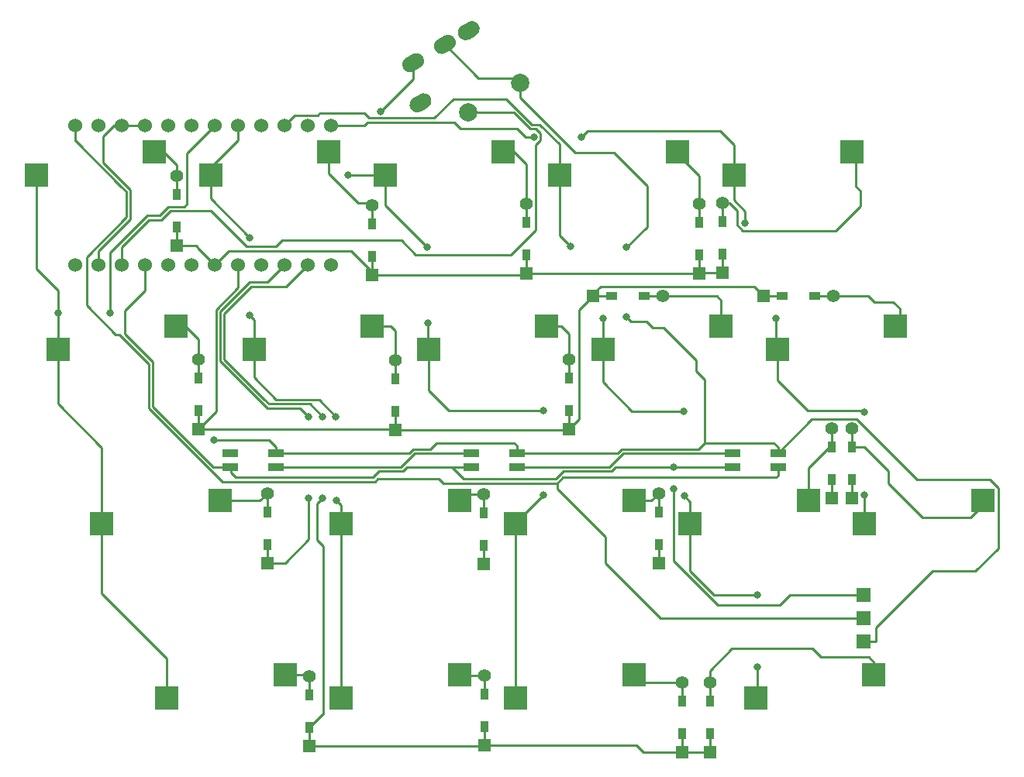
<source format=gbr>
G04 #@! TF.GenerationSoftware,KiCad,Pcbnew,(5.1.6-0-10_14)*
G04 #@! TF.CreationDate,2022-05-03T20:52:28+09:00*
G04 #@! TF.ProjectId,cool939,636f6f6c-3933-4392-9e6b-696361645f70,rev?*
G04 #@! TF.SameCoordinates,Original*
G04 #@! TF.FileFunction,Copper,L2,Bot*
G04 #@! TF.FilePolarity,Positive*
%FSLAX46Y46*%
G04 Gerber Fmt 4.6, Leading zero omitted, Abs format (unit mm)*
G04 Created by KiCad (PCBNEW (5.1.6-0-10_14)) date 2022-05-03 20:52:28*
%MOMM*%
%LPD*%
G01*
G04 APERTURE LIST*
G04 #@! TA.AperFunction,ComponentPad*
%ADD10C,1.524000*%
G04 #@! TD*
G04 #@! TA.AperFunction,ComponentPad*
%ADD11C,1.397000*%
G04 #@! TD*
G04 #@! TA.AperFunction,ComponentPad*
%ADD12R,1.397000X1.397000*%
G04 #@! TD*
G04 #@! TA.AperFunction,SMDPad,CuDef*
%ADD13R,0.950000X1.300000*%
G04 #@! TD*
G04 #@! TA.AperFunction,SMDPad,CuDef*
%ADD14R,1.524000X1.524000*%
G04 #@! TD*
G04 #@! TA.AperFunction,SMDPad,CuDef*
%ADD15R,2.550000X2.500000*%
G04 #@! TD*
G04 #@! TA.AperFunction,SMDPad,CuDef*
%ADD16R,1.800000X0.820000*%
G04 #@! TD*
G04 #@! TA.AperFunction,ComponentPad*
%ADD17C,2.000000*%
G04 #@! TD*
G04 #@! TA.AperFunction,SMDPad,CuDef*
%ADD18R,1.300000X0.950000*%
G04 #@! TD*
G04 #@! TA.AperFunction,ViaPad*
%ADD19C,0.800000*%
G04 #@! TD*
G04 #@! TA.AperFunction,Conductor*
%ADD20C,0.250000*%
G04 #@! TD*
G04 APERTURE END LIST*
D10*
X25772000Y7991400D03*
X28312000Y7991400D03*
X30852000Y7991400D03*
X33392000Y7991400D03*
X35932000Y7991400D03*
X38472000Y7991400D03*
X41012000Y7991400D03*
X43552000Y7991400D03*
X46092000Y7991400D03*
X48632000Y7991400D03*
X51172000Y7991400D03*
X53712000Y7991400D03*
X53712000Y-7228600D03*
X51172000Y-7228600D03*
X48632000Y-7228600D03*
X46092000Y-7228600D03*
X43552000Y-7228600D03*
X41012000Y-7228600D03*
X38472000Y-7228600D03*
X35932000Y-7228600D03*
X33392000Y-7228600D03*
X30852000Y-7228600D03*
X28312000Y-7228600D03*
X25772000Y-7228600D03*
D11*
X79700000Y-17610000D03*
D12*
X79700000Y-25230000D03*
D13*
X79700000Y-23195000D03*
X79700000Y-19645000D03*
D14*
X111840000Y-48390000D03*
X111840000Y-45850000D03*
X111840000Y-43310000D03*
D15*
X78640000Y2540000D03*
X91567000Y5080000D03*
X97690000Y2540000D03*
X110617000Y5080000D03*
D11*
X39220000Y-17580000D03*
D12*
X39220000Y-25200000D03*
D13*
X39220000Y-23165000D03*
X39220000Y-19615000D03*
D11*
X46730000Y-32200000D03*
D12*
X46730000Y-39820000D03*
D13*
X46730000Y-37785000D03*
X46730000Y-34235000D03*
D16*
X97520000Y-29340000D03*
X97520000Y-27840000D03*
X102520000Y-27840000D03*
X102520000Y-29340000D03*
D11*
X36880000Y2470000D03*
D12*
X36880000Y-5150000D03*
D13*
X36880000Y-3115000D03*
X36880000Y435000D03*
D11*
X70460000Y-52130000D03*
D12*
X70460000Y-59750000D03*
D13*
X70460000Y-57715000D03*
X70460000Y-54165000D03*
D11*
X51350000Y-52200000D03*
D12*
X51350000Y-59820000D03*
D13*
X51350000Y-57785000D03*
X51350000Y-54235000D03*
D17*
X74324583Y12685000D03*
X68695417Y9435000D03*
D16*
X47720000Y-29330000D03*
X47720000Y-27830000D03*
X42720000Y-27830000D03*
X42720000Y-29330000D03*
G04 #@! TA.AperFunction,ComponentPad*
G36*
G01*
X69513526Y17822531D02*
X68820706Y17422531D01*
G75*
G02*
X67659584Y17733653I-425000J736122D01*
G01*
X67659584Y17733653D01*
G75*
G02*
X67970706Y18894775I736122J425000D01*
G01*
X68663526Y19294775D01*
G75*
G02*
X69824648Y18983653I425000J-736122D01*
G01*
X69824648Y18983653D01*
G75*
G02*
X69513526Y17822531I-736122J-425000D01*
G01*
G37*
G04 #@! TD.AperFunction*
G04 #@! TA.AperFunction,ComponentPad*
G36*
G01*
X66915450Y16322531D02*
X66222630Y15922531D01*
G75*
G02*
X65061508Y16233653I-425000J736122D01*
G01*
X65061508Y16233653D01*
G75*
G02*
X65372630Y17394775I736122J425000D01*
G01*
X66065450Y17794775D01*
G75*
G02*
X67226572Y17483653I425000J-736122D01*
G01*
X67226572Y17483653D01*
G75*
G02*
X66915450Y16322531I-736122J-425000D01*
G01*
G37*
G04 #@! TD.AperFunction*
G04 #@! TA.AperFunction,ComponentPad*
G36*
G01*
X63451348Y14322531D02*
X62758528Y13922531D01*
G75*
G02*
X61597406Y14233653I-425000J736122D01*
G01*
X61597406Y14233653D01*
G75*
G02*
X61908528Y15394775I736122J425000D01*
G01*
X62601348Y15794775D01*
G75*
G02*
X63762470Y15483653I425000J-736122D01*
G01*
X63762470Y15483653D01*
G75*
G02*
X63451348Y14322531I-736122J-425000D01*
G01*
G37*
G04 #@! TD.AperFunction*
G04 #@! TA.AperFunction,ComponentPad*
G36*
G01*
X64252310Y9935225D02*
X63559490Y9535225D01*
G75*
G02*
X62398368Y9846347I-425000J736122D01*
G01*
X62398368Y9846347D01*
G75*
G02*
X62709490Y11007469I736122J425000D01*
G01*
X63402310Y11407469D01*
G75*
G02*
X64563432Y11096347I425000J-736122D01*
G01*
X64563432Y11096347D01*
G75*
G02*
X64252310Y9935225I-736122J-425000D01*
G01*
G37*
G04 #@! TD.AperFunction*
D11*
X89480000Y-32230000D03*
D12*
X89480000Y-39850000D03*
D13*
X89480000Y-37815000D03*
X89480000Y-34265000D03*
D15*
X40540000Y2540000D03*
X53467000Y5080000D03*
X73877500Y-54610000D03*
X86804500Y-52070000D03*
X100071500Y-54610000D03*
X112998500Y-52070000D03*
X21490000Y2540000D03*
X34417000Y5080000D03*
D11*
X108370000Y-25150000D03*
D12*
X108370000Y-32770000D03*
D13*
X108370000Y-30735000D03*
X108370000Y-27185000D03*
D15*
X45302500Y-16510000D03*
X58229500Y-13970000D03*
X64352500Y-16510000D03*
X77279500Y-13970000D03*
X83402500Y-16510000D03*
X96329500Y-13970000D03*
X102452500Y-16510000D03*
X115379500Y-13970000D03*
X28634000Y-35560000D03*
X41561000Y-33020000D03*
X23871000Y-16510000D03*
X36798000Y-13970000D03*
X111977500Y-35560000D03*
X124904500Y-33020000D03*
X54827500Y-54610000D03*
X67754500Y-52070000D03*
X54827500Y-35560000D03*
X67754500Y-33020000D03*
X73877500Y-35560000D03*
X86804500Y-33020000D03*
X92927500Y-35560000D03*
X105854500Y-33020000D03*
D11*
X75040000Y-560000D03*
D12*
X75040000Y-8180000D03*
D13*
X75040000Y-6145000D03*
X75040000Y-2595000D03*
D11*
X58200000Y-700000D03*
D12*
X58200000Y-8320000D03*
D13*
X58200000Y-6285000D03*
X58200000Y-2735000D03*
D11*
X96480000Y-500000D03*
D12*
X96480000Y-8120000D03*
D13*
X96480000Y-6085000D03*
X96480000Y-2535000D03*
D16*
X69000000Y-29350000D03*
X69000000Y-27850000D03*
X74000000Y-27850000D03*
X74000000Y-29350000D03*
D11*
X93900000Y-590000D03*
D12*
X93900000Y-8210000D03*
D13*
X93900000Y-6175000D03*
X93900000Y-2625000D03*
D11*
X89960000Y-10620000D03*
D12*
X82340000Y-10620000D03*
D18*
X84375000Y-10620000D03*
X87925000Y-10620000D03*
X106515000Y-10620000D03*
X102965000Y-10620000D03*
D12*
X100930000Y-10620000D03*
D11*
X108550000Y-10620000D03*
X70360000Y-32290000D03*
D12*
X70360000Y-39910000D03*
D13*
X70360000Y-37875000D03*
X70360000Y-34325000D03*
D11*
X95100000Y-52870000D03*
D12*
X95100000Y-60490000D03*
D13*
X95100000Y-58455000D03*
X95100000Y-54905000D03*
D11*
X92090000Y-52870000D03*
D12*
X92090000Y-60490000D03*
D13*
X92090000Y-58455000D03*
X92090000Y-54905000D03*
X110630000Y-27185000D03*
X110630000Y-30735000D03*
D12*
X110630000Y-32770000D03*
D11*
X110630000Y-25150000D03*
X60690000Y-17660000D03*
D12*
X60690000Y-25280000D03*
D13*
X60690000Y-23245000D03*
X60690000Y-19695000D03*
D15*
X35777500Y-54610000D03*
X48704500Y-52070000D03*
X59590000Y2540000D03*
X72517000Y5080000D03*
D19*
X51230000Y-23860000D03*
X51270000Y-32720000D03*
X52790000Y-23800000D03*
X52790000Y-32720000D03*
X40960000Y-26370000D03*
X85960000Y-12940000D03*
X85960000Y-5340000D03*
X59140000Y9550000D03*
X91090000Y-29340000D03*
X91130000Y-31700000D03*
X23871000Y-12529000D03*
X29600000Y-12530000D03*
X54270000Y-32970000D03*
X54220000Y-23800000D03*
X44840000Y-12780000D03*
X44790000Y-4250000D03*
X76870000Y-32410000D03*
X64290000Y-13600000D03*
X64220000Y-5290000D03*
X55590000Y2540000D03*
X76870000Y-23190000D03*
X92240000Y-23210000D03*
X92300000Y-32490000D03*
X100240000Y-43320000D03*
X83420000Y-13130000D03*
X100240000Y-51190000D03*
X79900000Y-5250000D03*
X111940000Y-32410000D03*
X98950000Y-2670000D03*
X102290000Y-13110000D03*
X111920000Y-23310000D03*
X75850000Y6760000D03*
X81040000Y6730000D03*
D20*
X36880000Y3633000D02*
X36195000Y4318000D01*
X36880000Y2470000D02*
X36880000Y435000D01*
X36880000Y2470000D02*
X36880000Y3633000D01*
X34417000Y5080000D02*
X35433000Y5080000D01*
X36880000Y2230000D02*
X36880000Y195000D01*
X35433000Y5080000D02*
X36195000Y4318000D01*
X34417000Y4693000D02*
X34417000Y5080000D01*
X53467000Y2723000D02*
X53467000Y5080000D01*
X57950000Y-450000D02*
X58200000Y-700000D01*
X58200000Y-700000D02*
X58200000Y-2735000D01*
X56640000Y-450000D02*
X53467000Y2723000D01*
X58200000Y-700000D02*
X58200000Y-510000D01*
X56640000Y-450000D02*
X57950000Y-450000D01*
X75040000Y3750000D02*
X75040000Y-560000D01*
X72517000Y5080000D02*
X73710000Y5080000D01*
X73710000Y5080000D02*
X75040000Y3750000D01*
X75040000Y-560000D02*
X75040000Y-2595000D01*
X91567000Y4843000D02*
X91567000Y5080000D01*
X93900000Y2510000D02*
X91567000Y4843000D01*
X93900000Y-590000D02*
X93900000Y2510000D01*
X93900000Y-2625000D02*
X93900000Y-590000D01*
X96480000Y-500000D02*
X96480000Y-2535000D01*
X98686998Y-3480000D02*
X98040000Y-2833002D01*
X110617000Y5080000D02*
X111055001Y4641999D01*
X111055001Y1284999D02*
X111500000Y840000D01*
X108850000Y-3480000D02*
X98686998Y-3480000D01*
X111500000Y-830000D02*
X108850000Y-3480000D01*
X111500000Y840000D02*
X111500000Y-830000D01*
X98040000Y-1340000D02*
X97200000Y-500000D01*
X98040000Y-2833002D02*
X98040000Y-1340000D01*
X111055001Y4641999D02*
X111055001Y1284999D01*
X97200000Y-500000D02*
X96480000Y-500000D01*
X60690000Y-14410000D02*
X60690000Y-17660000D01*
X60250000Y-13970000D02*
X60690000Y-14410000D01*
X60690000Y-17660000D02*
X60690000Y-19695000D01*
X58229500Y-13970000D02*
X60250000Y-13970000D01*
X79700000Y-14780000D02*
X79700000Y-17610000D01*
X77279500Y-13970000D02*
X78890000Y-13970000D01*
X78890000Y-13970000D02*
X79700000Y-14780000D01*
X79700000Y-17610000D02*
X79700000Y-19645000D01*
X89960000Y-10620000D02*
X95830000Y-10620000D01*
X95830000Y-10620000D02*
X96329500Y-11119500D01*
X87925000Y-10620000D02*
X89960000Y-10620000D01*
X96329500Y-11119500D02*
X96329500Y-13970000D01*
X108550000Y-10620000D02*
X112380000Y-10620000D01*
X115810000Y-12000000D02*
X115810000Y-13539500D01*
X115100000Y-11290000D02*
X115810000Y-12000000D01*
X106515000Y-10620000D02*
X108550000Y-10620000D01*
X113050000Y-11290000D02*
X115100000Y-11290000D01*
X112380000Y-10620000D02*
X113050000Y-11290000D01*
X115810000Y-13539500D02*
X115379500Y-13970000D01*
X70360000Y-32290000D02*
X68484500Y-32290000D01*
X68484500Y-32290000D02*
X67754500Y-33020000D01*
X70360000Y-32290000D02*
X70360000Y-34325000D01*
X87480000Y-33020000D02*
X86804500Y-33020000D01*
X89480000Y-32230000D02*
X89480000Y-34265000D01*
X88690000Y-33020000D02*
X89480000Y-32230000D01*
X86804500Y-33020000D02*
X88690000Y-33020000D01*
X105854500Y-33020000D02*
X106800000Y-33020000D01*
X105854500Y-33020000D02*
X106870500Y-33020000D01*
X105854500Y-29445500D02*
X105854500Y-33020000D01*
X108115000Y-27185000D02*
X105854500Y-29445500D01*
X108370000Y-25150000D02*
X108370000Y-27185000D01*
X108370000Y-27185000D02*
X108115000Y-27185000D01*
X125342501Y-33458001D02*
X124904500Y-33020000D01*
X124904500Y-33020000D02*
X124904500Y-33505500D01*
X110630000Y-25150000D02*
X110630000Y-27185000D01*
X123564999Y-34845001D02*
X118335001Y-34845001D01*
X124904500Y-33505500D02*
X123564999Y-34845001D01*
X114580000Y-31090000D02*
X114580000Y-29780000D01*
X118335001Y-34845001D02*
X114580000Y-31090000D01*
X111985000Y-27185000D02*
X114580000Y-29780000D01*
X110630000Y-27185000D02*
X111985000Y-27185000D01*
X51350000Y-52200000D02*
X51350000Y-54235000D01*
X48704500Y-52070000D02*
X51220000Y-52070000D01*
X51220000Y-52070000D02*
X51350000Y-52200000D01*
X70460000Y-52130000D02*
X70460000Y-54165000D01*
X67814500Y-52130000D02*
X67754500Y-52070000D01*
X70460000Y-52130000D02*
X67814500Y-52130000D01*
X92090000Y-52870000D02*
X87604500Y-52870000D01*
X92090000Y-54905000D02*
X92090000Y-52870000D01*
X87604500Y-52870000D02*
X86804500Y-52070000D01*
X39220000Y-15400000D02*
X39220000Y-17580000D01*
X36798000Y-13970000D02*
X37790000Y-13970000D01*
X37790000Y-13970000D02*
X39220000Y-15400000D01*
X39220000Y-17580000D02*
X39220000Y-19615000D01*
X46540000Y-33730000D02*
X46790000Y-33730000D01*
X46730000Y-32200000D02*
X46730000Y-34235000D01*
X41561000Y-33020000D02*
X45910000Y-33020000D01*
X45910000Y-33020000D02*
X46730000Y-32200000D01*
X95100000Y-54905000D02*
X95100000Y-52870000D01*
X107190000Y-50110000D02*
X112457000Y-50110000D01*
X112998500Y-50651500D02*
X112998500Y-52070000D01*
X106270000Y-49190000D02*
X107190000Y-50110000D01*
X112457000Y-50110000D02*
X112998500Y-50651500D01*
X97480000Y-49190000D02*
X106270000Y-49190000D01*
X95100000Y-51570000D02*
X97480000Y-49190000D01*
X95100000Y-52870000D02*
X95100000Y-51570000D01*
X75040000Y-6145000D02*
X75040000Y-8180000D01*
X41012000Y-7228600D02*
X42500600Y-5740000D01*
X36880000Y-5150000D02*
X38933400Y-5150000D01*
X43020000Y-5740000D02*
X43390000Y-5740000D01*
X42870600Y-5740000D02*
X43020000Y-5740000D01*
X39173400Y-5390000D02*
X39741700Y-5958300D01*
X41092000Y-6852000D02*
X41108000Y-6852000D01*
X38933400Y-5150000D02*
X39741700Y-5958300D01*
X74900000Y-8320000D02*
X75040000Y-8180000D01*
X58200000Y-8000000D02*
X58200000Y-8320000D01*
X55940000Y-5740000D02*
X58200000Y-8000000D01*
X42500600Y-5740000D02*
X43020000Y-5740000D01*
X43390000Y-5740000D02*
X55940000Y-5740000D01*
X39741700Y-5958300D02*
X41012000Y-7228600D01*
X93900000Y-8210000D02*
X93690000Y-8210000D01*
X93900000Y-8210000D02*
X93900000Y-6175000D01*
X75040000Y-8180000D02*
X93660000Y-8180000D01*
X93990000Y-8120000D02*
X93900000Y-8210000D01*
X96480000Y-8120000D02*
X93990000Y-8120000D01*
X41092000Y-7758600D02*
X41092000Y-6852000D01*
X58200000Y-8320000D02*
X74900000Y-8320000D01*
X36880000Y-3355000D02*
X36880000Y-5390000D01*
X93690000Y-8210000D02*
X93660000Y-8180000D01*
X58200000Y-6285000D02*
X58200000Y-8320000D01*
X96480000Y-8120000D02*
X96480000Y-6085000D01*
X99906499Y-9596499D02*
X100930000Y-10620000D01*
X60610000Y-25200000D02*
X60690000Y-25280000D01*
X80827499Y-12132501D02*
X80827499Y-23422501D01*
X60690000Y-25280000D02*
X79650000Y-25280000D01*
X82340000Y-10410000D02*
X83153501Y-9596499D01*
X60690000Y-23245000D02*
X60690000Y-25280000D01*
X80830000Y-23425002D02*
X80830000Y-24100000D01*
X79650000Y-25280000D02*
X79700000Y-25230000D01*
X82340000Y-10620000D02*
X80827499Y-12132501D01*
X39220000Y-25200000D02*
X60610000Y-25200000D01*
X83153501Y-9596499D02*
X99906499Y-9596499D01*
X80830000Y-24100000D02*
X79700000Y-25230000D01*
X100930000Y-10620000D02*
X102965000Y-10620000D01*
X39220000Y-23165000D02*
X39220000Y-25200000D01*
X82340000Y-10620000D02*
X82340000Y-10410000D01*
X41160000Y-23270000D02*
X39230000Y-25200000D01*
X43552000Y-9742190D02*
X41160000Y-12134190D01*
X41160000Y-12134190D02*
X41160000Y-12630000D01*
X41160000Y-12630000D02*
X41160000Y-23270000D01*
X39230000Y-25200000D02*
X39220000Y-25200000D01*
X43552000Y-7228600D02*
X43552000Y-9742190D01*
X82340000Y-10620000D02*
X84375000Y-10620000D01*
X80827499Y-23422501D02*
X80830000Y-23425002D01*
X79700000Y-23195000D02*
X79700000Y-25230000D01*
X70360000Y-37875000D02*
X70360000Y-39910000D01*
X43325300Y-10605300D02*
X42925300Y-11005300D01*
X42925300Y-11005300D02*
X41610010Y-12320590D01*
X41610010Y-12320590D02*
X41610010Y-17782830D01*
X50280000Y-22910000D02*
X51230000Y-23860000D01*
X41610010Y-17782830D02*
X46737180Y-22910000D01*
X46737180Y-22910000D02*
X50280000Y-22910000D01*
X48632000Y-7228600D02*
X46730610Y-9129990D01*
X46730610Y-9129990D02*
X44800610Y-9129990D01*
X44800610Y-9129990D02*
X44390300Y-9540300D01*
X44390300Y-9540300D02*
X42925300Y-11005300D01*
X44537000Y-9393600D02*
X44390300Y-9540300D01*
X46730000Y-39820000D02*
X48670000Y-39820000D01*
X48670000Y-39820000D02*
X51270000Y-37220000D01*
X51270000Y-37220000D02*
X51270000Y-32720000D01*
X46730000Y-37785000D02*
X46730000Y-39820000D01*
X108370000Y-30735000D02*
X108370000Y-32770000D01*
X110630000Y-30735000D02*
X110630000Y-32770000D01*
X89480000Y-37815000D02*
X89480000Y-39850000D01*
X91840000Y-60740000D02*
X92090000Y-60490000D01*
X48285088Y-22440000D02*
X46903590Y-22440000D01*
X46903590Y-22440000D02*
X46401795Y-21938205D01*
X44987010Y-9612990D02*
X42060020Y-12539980D01*
X46270000Y-9580000D02*
X44987010Y-9580000D01*
X45071795Y-20608205D02*
X42060020Y-17596430D01*
X46430000Y-9580000D02*
X46270000Y-9580000D01*
X92090000Y-58455000D02*
X92090000Y-60490000D01*
X42060020Y-12539980D02*
X42060020Y-17219980D01*
X44852491Y-20388901D02*
X45071795Y-20608205D01*
X51430000Y-22440000D02*
X52790000Y-23800000D01*
X92090000Y-60490000D02*
X95100000Y-60490000D01*
X44987010Y-9580000D02*
X44987010Y-9612990D01*
X48820600Y-9580000D02*
X46270000Y-9580000D01*
X46401795Y-21938205D02*
X46721795Y-22258205D01*
X42060020Y-17596430D02*
X42060020Y-17219980D01*
X95100000Y-60490000D02*
X95100000Y-58455000D01*
X51172000Y-7228600D02*
X48820600Y-9580000D01*
X45071795Y-20608205D02*
X46401795Y-21938205D01*
X48285088Y-22440000D02*
X51430000Y-22440000D01*
X46650600Y-9580000D02*
X46430000Y-9580000D01*
X70460000Y-59750000D02*
X70460000Y-57715000D01*
X51350000Y-57785000D02*
X51350000Y-59820000D01*
X52190000Y-37320000D02*
X52870000Y-38000000D01*
X52190000Y-33320000D02*
X52190000Y-37320000D01*
X52362500Y-56772500D02*
X51350000Y-57785000D01*
X52790000Y-32720000D02*
X52190000Y-33320000D01*
X52820000Y-56315000D02*
X52362500Y-56772500D01*
X51350000Y-59820000D02*
X70390000Y-59820000D01*
X52870000Y-38000000D02*
X52870000Y-56265000D01*
X52870000Y-56265000D02*
X52362500Y-56772500D01*
X70390000Y-59820000D02*
X70460000Y-59750000D01*
X87790000Y-60490000D02*
X92090000Y-60490000D01*
X70460000Y-59750000D02*
X87050000Y-59750000D01*
X87050000Y-59750000D02*
X87790000Y-60490000D01*
X102520000Y-27840000D02*
X102520000Y-27180000D01*
X94505010Y-26704990D02*
X93820010Y-27389990D01*
X84993590Y-27850000D02*
X74000000Y-27850000D01*
X94505010Y-19763512D02*
X94505010Y-26704990D01*
X62213590Y-27830000D02*
X47720000Y-27830000D01*
X65255010Y-26714990D02*
X64570010Y-27399990D01*
X88230000Y-3070000D02*
X85960000Y-5340000D01*
X88230000Y1370000D02*
X88230000Y-3070000D01*
X93820010Y-27389990D02*
X85453599Y-27389991D01*
X86479251Y-13459251D02*
X85960000Y-12940000D01*
X47720000Y-27170000D02*
X46920000Y-26370000D01*
X74000000Y-26990000D02*
X73724990Y-26714990D01*
X88200749Y-13459251D02*
X86479251Y-13459251D01*
X46920000Y-26370000D02*
X40960000Y-26370000D01*
X69832693Y13170000D02*
X73839583Y13170000D01*
X47720000Y-27830000D02*
X47720000Y-27170000D01*
X80350000Y4990000D02*
X84610000Y4990000D01*
X85453599Y-27389991D02*
X84993590Y-27850000D01*
X66144040Y16858653D02*
X69832693Y13170000D01*
X74000000Y-27850000D02*
X74000000Y-26990000D01*
X102044990Y-26704990D02*
X94505010Y-26704990D01*
X84610000Y4990000D02*
X88230000Y1370000D01*
X74324583Y12685000D02*
X74324583Y11015417D01*
X64570010Y-27399990D02*
X62643599Y-27399991D01*
X74324583Y11015417D02*
X80350000Y4990000D01*
X73839583Y13170000D02*
X74324583Y12685000D01*
X102520000Y-27180000D02*
X102044990Y-26704990D01*
X93575749Y-18834251D02*
X93575749Y-17635749D01*
X93575749Y-18834251D02*
X94505010Y-19763512D01*
X93575749Y-17635749D02*
X90054251Y-14114251D01*
X90054251Y-14114251D02*
X88855749Y-14114251D01*
X88200749Y-13459251D02*
X88855749Y-14114251D01*
X28789999Y3959999D02*
X28789999Y6769999D01*
X31810000Y943998D02*
X28793999Y3959999D01*
X31810000Y-2220000D02*
X31810000Y943998D01*
X28690000Y-5340000D02*
X31810000Y-2220000D01*
X28793999Y3959999D02*
X28789999Y3959999D01*
X28789999Y6769999D02*
X30011400Y7991400D01*
X30011400Y7991400D02*
X30852000Y7991400D01*
X30852000Y7991400D02*
X33392000Y7991400D01*
X28392000Y-5638000D02*
X28690000Y-5340000D01*
X28312000Y-7228600D02*
X28312000Y-5718000D01*
X28312000Y-5718000D02*
X28690000Y-5340000D01*
X30295398Y7701400D02*
X30932000Y7701400D01*
X73724990Y-26714990D02*
X65255010Y-26714990D01*
X62643599Y-27399991D02*
X62213590Y-27830000D01*
X119404301Y-40720000D02*
X124090000Y-40720000D01*
X106233501Y-24126499D02*
X102520000Y-27840000D01*
X117720000Y-30700000D02*
X111146499Y-24126499D01*
X126600000Y-31605498D02*
X125694502Y-30700000D01*
X111146499Y-24126499D02*
X106233501Y-24126499D01*
X111840000Y-48390000D02*
X113260000Y-48390000D01*
X113260000Y-48390000D02*
X113260000Y-46864301D01*
X126600000Y-38210000D02*
X126600000Y-31605498D01*
X124090000Y-40720000D02*
X126600000Y-38210000D01*
X125694502Y-30700000D02*
X117720000Y-30700000D01*
X113260000Y-46864301D02*
X119404301Y-40720000D01*
X31170999Y-12259001D02*
X33392000Y-10038000D01*
X34238106Y-22701894D02*
X34238106Y-17858106D01*
X31170999Y-14790999D02*
X31170999Y-12259001D01*
X34238106Y-17858106D02*
X31170999Y-14790999D01*
X33392000Y-10038000D02*
X33392000Y-7228600D01*
X40866212Y-29330000D02*
X34238106Y-22701894D01*
X42720000Y-29330000D02*
X40866212Y-29330000D01*
X42720000Y-29420000D02*
X42750000Y-29450000D01*
X42750000Y-29450000D02*
X42750000Y-29960000D01*
X42720000Y-29330000D02*
X42720000Y-29420000D01*
X42750000Y-29960000D02*
X43255010Y-30465010D01*
X43255010Y-30465010D02*
X58304990Y-30465010D01*
X58989990Y-29780010D02*
X61536401Y-29780009D01*
X58304990Y-30465010D02*
X58989990Y-29780010D01*
X84776410Y-29340000D02*
X84316400Y-29800010D01*
X61966410Y-29350000D02*
X61536401Y-29780009D01*
X84316400Y-29800010D02*
X79079990Y-29800010D01*
X78260000Y-30620000D02*
X68190000Y-30620000D01*
X79079990Y-29800010D02*
X78260000Y-30620000D01*
X62679938Y14858653D02*
X62679938Y13089938D01*
X66920000Y-29350000D02*
X61966410Y-29350000D01*
X68190000Y-30620000D02*
X66920000Y-29350000D01*
X69000000Y-29350000D02*
X66920000Y-29350000D01*
X62679938Y13089938D02*
X59140000Y9550000D01*
X91130000Y-39566410D02*
X91130000Y-31700000D01*
X103810000Y-43310000D02*
X102710000Y-44410000D01*
X111840000Y-43310000D02*
X103810000Y-43310000D01*
X91090000Y-29340000D02*
X84776410Y-29340000D01*
X97520000Y-29340000D02*
X91090000Y-29340000D01*
X95973590Y-44410000D02*
X91130000Y-39566410D01*
X102710000Y-44410000D02*
X95973590Y-44410000D01*
X74000000Y-29350000D02*
X84130000Y-29350000D01*
X85640000Y-27840000D02*
X97520000Y-27840000D01*
X84130000Y-29350000D02*
X85640000Y-27840000D01*
X83640000Y-39840000D02*
X83640000Y-36930000D01*
X78426410Y-31716410D02*
X78426410Y-31090000D01*
X83640000Y-36930000D02*
X78426410Y-31716410D01*
X30707588Y1410000D02*
X30703588Y1410000D01*
X31359990Y757598D02*
X30707588Y1410000D01*
X31359990Y-2033600D02*
X31359990Y757598D01*
X27020000Y-11670002D02*
X27020000Y-6373590D01*
X30703588Y1410000D02*
X25986794Y6126794D01*
X30194999Y-14845001D02*
X27020000Y-11670002D01*
X58491390Y-30915020D02*
X41814822Y-30915020D01*
X33788096Y-22888294D02*
X33788096Y-18044506D01*
X33788096Y-18044506D02*
X30588591Y-14845001D01*
X65473502Y-30600000D02*
X58806410Y-30600000D01*
X102520000Y-30260000D02*
X102304990Y-30475010D01*
X65963502Y-31090000D02*
X65473502Y-30600000D01*
X41814822Y-30915020D02*
X33788096Y-22888294D01*
X58806410Y-30600000D02*
X58491390Y-30915020D01*
X78426410Y-31090000D02*
X65963502Y-31090000D01*
X27020000Y-6373590D02*
X31359990Y-2033600D01*
X30588591Y-14845001D02*
X30194999Y-14845001D01*
X79041400Y-30475010D02*
X78426410Y-31090000D01*
X102304990Y-30475010D02*
X79041400Y-30475010D01*
X102520000Y-29340000D02*
X102520000Y-30260000D01*
X25772000Y6341588D02*
X25986794Y6126794D01*
X25772000Y7991400D02*
X25772000Y6341588D01*
X25852000Y6261588D02*
X25986794Y6126794D01*
X89650000Y-45850000D02*
X83640000Y-39840000D01*
X111840000Y-45850000D02*
X89650000Y-45850000D01*
X61350000Y-29330000D02*
X62830000Y-27850000D01*
X47720000Y-29330000D02*
X61350000Y-29330000D01*
X62830000Y-27850000D02*
X69000000Y-27850000D01*
X29600000Y-12530000D02*
X29600000Y-5903590D01*
X29600000Y-5903590D02*
X33643599Y-1859991D01*
X33643599Y-1859991D02*
X34960009Y-1859991D01*
X34960009Y-1859991D02*
X35960000Y-860000D01*
X35960000Y-860000D02*
X37680000Y-860000D01*
X37680000Y-860000D02*
X37964999Y-575001D01*
X37964999Y-575001D02*
X37964999Y3915001D01*
X37964999Y4574399D02*
X37964999Y3915001D01*
X37964999Y4944399D02*
X37964999Y3915001D01*
X41012000Y7991400D02*
X37964999Y4944399D01*
X23871000Y-10071000D02*
X23871000Y-12529000D01*
X21490000Y-7690000D02*
X23871000Y-10071000D01*
X21490000Y2540000D02*
X21490000Y-7690000D01*
X23871000Y-12529000D02*
X23871000Y-16510000D01*
X28634000Y-43114000D02*
X35777500Y-50257500D01*
X35777500Y-50257500D02*
X35777500Y-54610000D01*
X28634000Y-35560000D02*
X28634000Y-43114000D01*
X23871000Y-22441000D02*
X28634000Y-27204000D01*
X28634000Y-27204000D02*
X28634000Y-35560000D01*
X23871000Y-16510000D02*
X23871000Y-22441000D01*
X52410000Y-21990000D02*
X54220000Y-23800000D01*
X47730000Y-21990000D02*
X52410000Y-21990000D01*
X45302500Y-19562500D02*
X47730000Y-21990000D01*
X45302500Y-16510000D02*
X45302500Y-19562500D01*
X44840000Y-12780000D02*
X45302500Y-13242500D01*
X45302500Y-13242500D02*
X45302500Y-16510000D01*
X40540000Y2540000D02*
X40540000Y1110000D01*
X44790000Y-4250000D02*
X40540000Y0D01*
X40540000Y0D02*
X40540000Y1110000D01*
X40540000Y3400000D02*
X40540000Y2540000D01*
X43552000Y6412000D02*
X42505000Y5365000D01*
X54270000Y-32970000D02*
X54827500Y-33527500D01*
X54827500Y-33527500D02*
X54827500Y-35560000D01*
X42505000Y5365000D02*
X40540000Y3400000D01*
X43552000Y7991400D02*
X43552000Y6412000D01*
X54827500Y-52357500D02*
X54827500Y-54610000D01*
X54827500Y-52357500D02*
X54827500Y-41987500D01*
X54827500Y-41987500D02*
X54827500Y-42842500D01*
X54827500Y-35560000D02*
X54827500Y-41987500D01*
X73877500Y-43127500D02*
X73877500Y-54610000D01*
X64290000Y-13600000D02*
X64290000Y-16447500D01*
X73877500Y-35402500D02*
X73877500Y-35560000D01*
X59590000Y2540000D02*
X59590000Y-690000D01*
X59590000Y2540000D02*
X55590000Y2540000D01*
X64352500Y-16510000D02*
X64352500Y-20952500D01*
X73877500Y-35560000D02*
X73877500Y-43127500D01*
X64290000Y-16447500D02*
X64352500Y-16510000D01*
X64352500Y-20952500D02*
X66590000Y-23190000D01*
X73960000Y-54527500D02*
X73877500Y-54610000D01*
X66590000Y-23190000D02*
X76870000Y-23190000D01*
X64190000Y-5290000D02*
X64220000Y-5290000D01*
X59590000Y-690000D02*
X64190000Y-5290000D01*
X76870000Y-32410000D02*
X73877500Y-35402500D01*
X78640000Y-3990000D02*
X79900000Y-5250000D01*
X83402500Y-20052500D02*
X86560000Y-23210000D01*
X92927500Y-40727500D02*
X95520000Y-43320000D01*
X100240000Y-51190000D02*
X100240000Y-54441500D01*
X48632000Y7991400D02*
X49719001Y9078401D01*
X100240000Y-54441500D02*
X100071500Y-54610000D01*
X52367095Y9212905D02*
X52474190Y9320000D01*
X49719001Y9078401D02*
X52232591Y9078401D01*
X52232591Y9078401D02*
X52367095Y9212905D01*
X95520000Y-43320000D02*
X100240000Y-43320000D01*
X83420000Y-13130000D02*
X83420000Y-16492500D01*
X86560000Y-23210000D02*
X92240000Y-23210000D01*
X83402500Y-16482500D02*
X83402500Y-16510000D01*
X75640001Y8109999D02*
X76490001Y8109999D01*
X83420000Y-16492500D02*
X83402500Y-16510000D01*
X57340000Y9320000D02*
X57861001Y8798999D01*
X57861001Y8798999D02*
X64928999Y8798999D01*
X72840000Y10910000D02*
X75640001Y8109999D01*
X67040000Y10910000D02*
X72840000Y10910000D01*
X92927500Y-35560000D02*
X92927500Y-40727500D01*
X83402500Y-16510000D02*
X83402500Y-20052500D01*
X76490001Y8109999D02*
X78640000Y5960000D01*
X78640000Y5960000D02*
X78640000Y2540000D01*
X92300000Y-32490000D02*
X92927500Y-33117500D01*
X64928999Y8798999D02*
X67040000Y10910000D01*
X78640000Y2540000D02*
X78640000Y-3990000D01*
X52474190Y9320000D02*
X57340000Y9320000D01*
X92927500Y-33117500D02*
X92927500Y-35560000D01*
X98950000Y-2670000D02*
X98950000Y-1380000D01*
X98950000Y-1380000D02*
X97690000Y-120000D01*
X105790000Y-23170000D02*
X111780000Y-23170000D01*
X111780000Y-23170000D02*
X111920000Y-23310000D01*
X81040000Y6730000D02*
X81715001Y7405001D01*
X53712000Y7991400D02*
X57317012Y7991400D01*
X93115001Y7405001D02*
X94684999Y7405001D01*
X74960000Y6760000D02*
X75850000Y6760000D01*
X97690000Y5890000D02*
X96174999Y7405001D01*
X67184016Y8348989D02*
X67873016Y7659989D01*
X57317012Y7991400D02*
X57674601Y8348989D01*
X97690000Y-120000D02*
X97690000Y840000D01*
X102290000Y-16347500D02*
X102452500Y-16510000D01*
X96174999Y7405001D02*
X93115001Y7405001D01*
X67873016Y7659989D02*
X74060011Y7659989D01*
X97690000Y2540000D02*
X97690000Y5890000D01*
X111940000Y-32410000D02*
X111940000Y-35522500D01*
X57674601Y8348989D02*
X67184016Y8348989D01*
X102452500Y-16510000D02*
X102452500Y-19832500D01*
X81715001Y7405001D02*
X93115001Y7405001D01*
X102452500Y-19832500D02*
X105790000Y-23170000D01*
X97690000Y840000D02*
X97690000Y2540000D01*
X102290000Y-13110000D02*
X102290000Y-16347500D01*
X111940000Y-35522500D02*
X111977500Y-35560000D01*
X74060011Y7659989D02*
X74960000Y6760000D01*
X31450000Y-4690000D02*
X33830000Y-2310000D01*
X47710000Y-5230000D02*
X48370000Y-4570000D01*
X76575001Y7108001D02*
X76023013Y7659989D01*
X73678590Y9435000D02*
X68695417Y9435000D01*
X38699980Y-1320000D02*
X40540000Y-1320000D01*
X36146400Y-1310010D02*
X38689990Y-1310010D01*
X38689990Y-1310010D02*
X38699980Y-1320000D01*
X62970000Y-6120000D02*
X73354998Y-6120000D01*
X76063501Y-226499D02*
X76064999Y-225001D01*
X76023013Y7659989D02*
X75453600Y7659990D01*
X30852000Y-5288000D02*
X31450000Y-4690000D01*
X35146410Y-2310000D02*
X36146400Y-1310010D01*
X40540000Y-1320000D02*
X44450000Y-5230000D01*
X73354998Y-6120000D02*
X76063501Y-3411497D01*
X75453600Y7659990D02*
X73678590Y9435000D01*
X48370000Y-4570000D02*
X61420000Y-4570000D01*
X44450000Y-5230000D02*
X47710000Y-5230000D01*
X76575001Y6411999D02*
X76575001Y7108001D01*
X30932000Y-5208000D02*
X31450000Y-4690000D01*
X76063501Y-3411497D02*
X76063501Y-226499D01*
X33830000Y-2310000D02*
X35146410Y-2310000D01*
X30852000Y-7228600D02*
X30852000Y-5288000D01*
X61420000Y-4570000D02*
X62970000Y-6120000D01*
X76064999Y5901997D02*
X76575001Y6411999D01*
X76064999Y-225001D02*
X76064999Y5901997D01*
M02*

</source>
